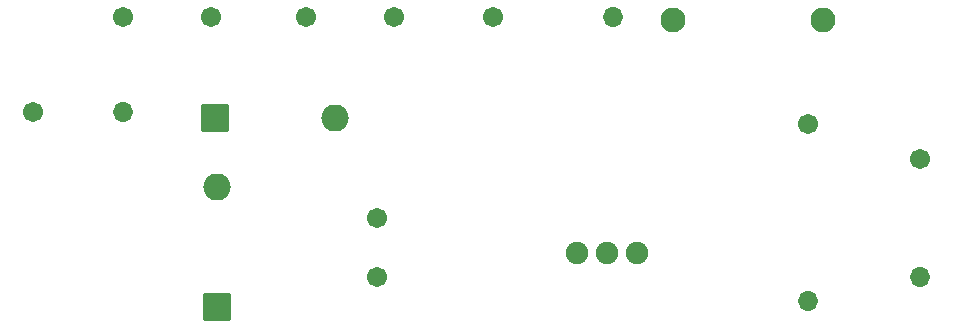
<source format=gbr>
%TF.GenerationSoftware,KiCad,Pcbnew,8.0.3*%
%TF.CreationDate,2024-10-19T22:40:53-05:00*%
%TF.ProjectId,G1 RGB Mod Board,47312052-4742-4204-9d6f-6420426f6172,rev?*%
%TF.SameCoordinates,Original*%
%TF.FileFunction,Soldermask,Bot*%
%TF.FilePolarity,Negative*%
%FSLAX46Y46*%
G04 Gerber Fmt 4.6, Leading zero omitted, Abs format (unit mm)*
G04 Created by KiCad (PCBNEW 8.0.3) date 2024-10-19 22:40:53*
%MOMM*%
%LPD*%
G01*
G04 APERTURE LIST*
G04 Aperture macros list*
%AMRoundRect*
0 Rectangle with rounded corners*
0 $1 Rounding radius*
0 $2 $3 $4 $5 $6 $7 $8 $9 X,Y pos of 4 corners*
0 Add a 4 corners polygon primitive as box body*
4,1,4,$2,$3,$4,$5,$6,$7,$8,$9,$2,$3,0*
0 Add four circle primitives for the rounded corners*
1,1,$1+$1,$2,$3*
1,1,$1+$1,$4,$5*
1,1,$1+$1,$6,$7*
1,1,$1+$1,$8,$9*
0 Add four rect primitives between the rounded corners*
20,1,$1+$1,$2,$3,$4,$5,0*
20,1,$1+$1,$4,$5,$6,$7,0*
20,1,$1+$1,$6,$7,$8,$9,0*
20,1,$1+$1,$8,$9,$2,$3,0*%
G04 Aperture macros list end*
%ADD10RoundRect,0.051000X-1.100000X-1.100000X1.100000X-1.100000X1.100000X1.100000X-1.100000X1.100000X0*%
%ADD11O,2.302000X2.302000*%
%ADD12RoundRect,0.051000X1.100000X-1.100000X1.100000X1.100000X-1.100000X1.100000X-1.100000X-1.100000X0*%
%ADD13C,1.702000*%
%ADD14O,1.702000X1.702000*%
%ADD15C,2.102000*%
%ADD16O,2.102000X2.102000*%
%ADD17C,1.902000*%
G04 APERTURE END LIST*
D10*
X35888000Y-28260000D03*
D11*
X46048000Y-28260000D03*
D12*
X36048000Y-44260000D03*
D11*
X36048000Y-34100000D03*
D13*
X59436000Y-19760000D03*
D14*
X69596000Y-19760000D03*
D13*
X20428000Y-27760000D03*
D14*
X28048000Y-27760000D03*
D15*
X74676000Y-20032000D03*
D16*
X87376000Y-20032000D03*
D13*
X43548000Y-19760000D03*
X51048000Y-19760000D03*
X28048000Y-19760000D03*
X35548000Y-19760000D03*
X95548000Y-31760000D03*
D14*
X95548000Y-41760000D03*
D13*
X86048000Y-28760000D03*
D14*
X86048000Y-43760000D03*
D13*
X49548000Y-41760000D03*
X49548000Y-36760000D03*
D17*
X66523000Y-39685000D03*
X69063000Y-39685000D03*
X71603000Y-39685000D03*
M02*

</source>
